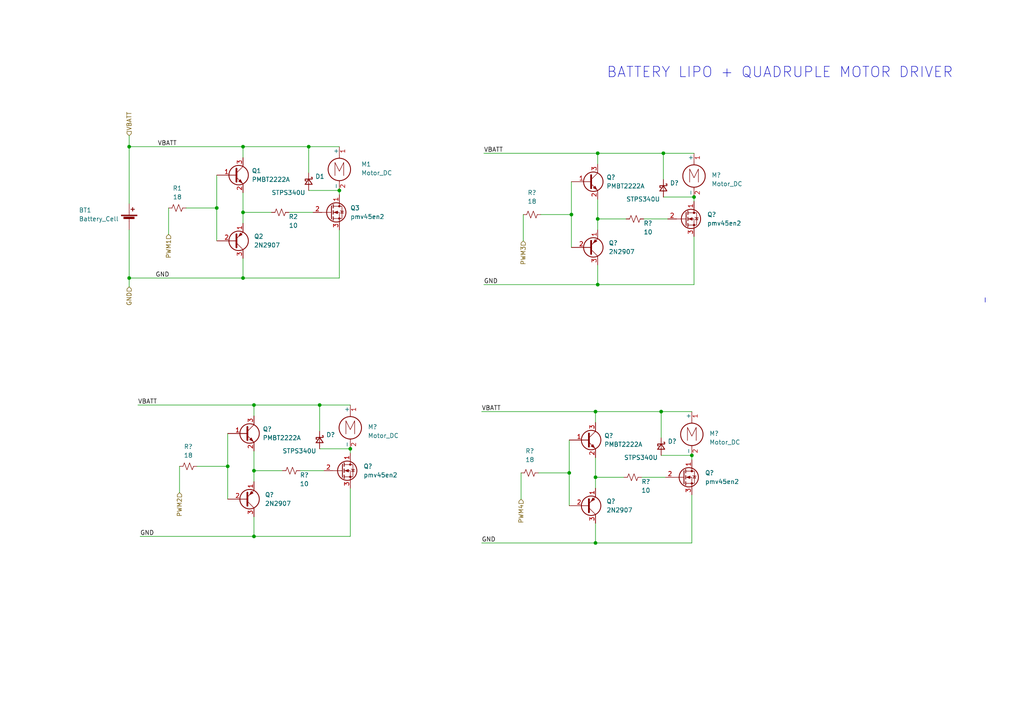
<source format=kicad_sch>
(kicad_sch (version 20211123) (generator eeschema)

  (uuid 00318b70-98db-4150-aae9-0fe9db9b4f56)

  (paper "A4")

  (title_block
    (title "Power Submodule Schematic")
    (date "2022-04-02")
    (rev "v1.04")
    (company "University of Cape Town")
    (comment 1 "Ethan Meknassi")
  )

  (lib_symbols
    (symbol "Device:Battery_Cell" (pin_numbers hide) (pin_names (offset 0) hide) (in_bom yes) (on_board yes)
      (property "Reference" "BT" (id 0) (at 2.54 2.54 0)
        (effects (font (size 1.27 1.27)) (justify left))
      )
      (property "Value" "Battery_Cell" (id 1) (at 2.54 0 0)
        (effects (font (size 1.27 1.27)) (justify left))
      )
      (property "Footprint" "" (id 2) (at 0 1.524 90)
        (effects (font (size 1.27 1.27)) hide)
      )
      (property "Datasheet" "~" (id 3) (at 0 1.524 90)
        (effects (font (size 1.27 1.27)) hide)
      )
      (property "ki_keywords" "battery cell" (id 4) (at 0 0 0)
        (effects (font (size 1.27 1.27)) hide)
      )
      (property "ki_description" "Single-cell battery" (id 5) (at 0 0 0)
        (effects (font (size 1.27 1.27)) hide)
      )
      (symbol "Battery_Cell_0_1"
        (rectangle (start -2.286 1.778) (end 2.286 1.524)
          (stroke (width 0) (type default) (color 0 0 0 0))
          (fill (type outline))
        )
        (rectangle (start -1.5748 1.1938) (end 1.4732 0.6858)
          (stroke (width 0) (type default) (color 0 0 0 0))
          (fill (type outline))
        )
        (polyline
          (pts
            (xy 0 0.762)
            (xy 0 0)
          )
          (stroke (width 0) (type default) (color 0 0 0 0))
          (fill (type none))
        )
        (polyline
          (pts
            (xy 0 1.778)
            (xy 0 2.54)
          )
          (stroke (width 0) (type default) (color 0 0 0 0))
          (fill (type none))
        )
        (polyline
          (pts
            (xy 0.508 3.429)
            (xy 1.524 3.429)
          )
          (stroke (width 0.254) (type default) (color 0 0 0 0))
          (fill (type none))
        )
        (polyline
          (pts
            (xy 1.016 3.937)
            (xy 1.016 2.921)
          )
          (stroke (width 0.254) (type default) (color 0 0 0 0))
          (fill (type none))
        )
      )
      (symbol "Battery_Cell_1_1"
        (pin passive line (at 0 5.08 270) (length 2.54)
          (name "+" (effects (font (size 1.27 1.27))))
          (number "1" (effects (font (size 1.27 1.27))))
        )
        (pin passive line (at 0 -2.54 90) (length 2.54)
          (name "-" (effects (font (size 1.27 1.27))))
          (number "2" (effects (font (size 1.27 1.27))))
        )
      )
    )
    (symbol "Device:D_Schottky_Small" (pin_numbers hide) (pin_names (offset 0.254) hide) (in_bom yes) (on_board yes)
      (property "Reference" "D" (id 0) (at -1.27 2.032 0)
        (effects (font (size 1.27 1.27)) (justify left))
      )
      (property "Value" "D_Schottky_Small" (id 1) (at -7.112 -2.032 0)
        (effects (font (size 1.27 1.27)) (justify left))
      )
      (property "Footprint" "" (id 2) (at 0 0 90)
        (effects (font (size 1.27 1.27)) hide)
      )
      (property "Datasheet" "~" (id 3) (at 0 0 90)
        (effects (font (size 1.27 1.27)) hide)
      )
      (property "ki_keywords" "diode Schottky" (id 4) (at 0 0 0)
        (effects (font (size 1.27 1.27)) hide)
      )
      (property "ki_description" "Schottky diode, small symbol" (id 5) (at 0 0 0)
        (effects (font (size 1.27 1.27)) hide)
      )
      (property "ki_fp_filters" "TO-???* *_Diode_* *SingleDiode* D_*" (id 6) (at 0 0 0)
        (effects (font (size 1.27 1.27)) hide)
      )
      (symbol "D_Schottky_Small_0_1"
        (polyline
          (pts
            (xy -0.762 0)
            (xy 0.762 0)
          )
          (stroke (width 0) (type default) (color 0 0 0 0))
          (fill (type none))
        )
        (polyline
          (pts
            (xy 0.762 -1.016)
            (xy -0.762 0)
            (xy 0.762 1.016)
            (xy 0.762 -1.016)
          )
          (stroke (width 0.254) (type default) (color 0 0 0 0))
          (fill (type none))
        )
        (polyline
          (pts
            (xy -1.27 0.762)
            (xy -1.27 1.016)
            (xy -0.762 1.016)
            (xy -0.762 -1.016)
            (xy -0.254 -1.016)
            (xy -0.254 -0.762)
          )
          (stroke (width 0.254) (type default) (color 0 0 0 0))
          (fill (type none))
        )
      )
      (symbol "D_Schottky_Small_1_1"
        (pin passive line (at -2.54 0 0) (length 1.778)
          (name "K" (effects (font (size 1.27 1.27))))
          (number "1" (effects (font (size 1.27 1.27))))
        )
        (pin passive line (at 2.54 0 180) (length 1.778)
          (name "A" (effects (font (size 1.27 1.27))))
          (number "2" (effects (font (size 1.27 1.27))))
        )
      )
    )
    (symbol "Device:Q_NMOS_DGS" (pin_names (offset 0) hide) (in_bom yes) (on_board yes)
      (property "Reference" "Q" (id 0) (at 5.08 1.27 0)
        (effects (font (size 1.27 1.27)) (justify left))
      )
      (property "Value" "Q_NMOS_DGS" (id 1) (at 5.08 -1.27 0)
        (effects (font (size 1.27 1.27)) (justify left))
      )
      (property "Footprint" "" (id 2) (at 5.08 2.54 0)
        (effects (font (size 1.27 1.27)) hide)
      )
      (property "Datasheet" "~" (id 3) (at 0 0 0)
        (effects (font (size 1.27 1.27)) hide)
      )
      (property "ki_keywords" "transistor NMOS N-MOS N-MOSFET" (id 4) (at 0 0 0)
        (effects (font (size 1.27 1.27)) hide)
      )
      (property "ki_description" "N-MOSFET transistor, drain/gate/source" (id 5) (at 0 0 0)
        (effects (font (size 1.27 1.27)) hide)
      )
      (symbol "Q_NMOS_DGS_0_1"
        (polyline
          (pts
            (xy 0.254 0)
            (xy -2.54 0)
          )
          (stroke (width 0) (type default) (color 0 0 0 0))
          (fill (type none))
        )
        (polyline
          (pts
            (xy 0.254 1.905)
            (xy 0.254 -1.905)
          )
          (stroke (width 0.254) (type default) (color 0 0 0 0))
          (fill (type none))
        )
        (polyline
          (pts
            (xy 0.762 -1.27)
            (xy 0.762 -2.286)
          )
          (stroke (width 0.254) (type default) (color 0 0 0 0))
          (fill (type none))
        )
        (polyline
          (pts
            (xy 0.762 0.508)
            (xy 0.762 -0.508)
          )
          (stroke (width 0.254) (type default) (color 0 0 0 0))
          (fill (type none))
        )
        (polyline
          (pts
            (xy 0.762 2.286)
            (xy 0.762 1.27)
          )
          (stroke (width 0.254) (type default) (color 0 0 0 0))
          (fill (type none))
        )
        (polyline
          (pts
            (xy 2.54 2.54)
            (xy 2.54 1.778)
          )
          (stroke (width 0) (type default) (color 0 0 0 0))
          (fill (type none))
        )
        (polyline
          (pts
            (xy 2.54 -2.54)
            (xy 2.54 0)
            (xy 0.762 0)
          )
          (stroke (width 0) (type default) (color 0 0 0 0))
          (fill (type none))
        )
        (polyline
          (pts
            (xy 0.762 -1.778)
            (xy 3.302 -1.778)
            (xy 3.302 1.778)
            (xy 0.762 1.778)
          )
          (stroke (width 0) (type default) (color 0 0 0 0))
          (fill (type none))
        )
        (polyline
          (pts
            (xy 1.016 0)
            (xy 2.032 0.381)
            (xy 2.032 -0.381)
            (xy 1.016 0)
          )
          (stroke (width 0) (type default) (color 0 0 0 0))
          (fill (type outline))
        )
        (polyline
          (pts
            (xy 2.794 0.508)
            (xy 2.921 0.381)
            (xy 3.683 0.381)
            (xy 3.81 0.254)
          )
          (stroke (width 0) (type default) (color 0 0 0 0))
          (fill (type none))
        )
        (polyline
          (pts
            (xy 3.302 0.381)
            (xy 2.921 -0.254)
            (xy 3.683 -0.254)
            (xy 3.302 0.381)
          )
          (stroke (width 0) (type default) (color 0 0 0 0))
          (fill (type none))
        )
        (circle (center 1.651 0) (radius 2.794)
          (stroke (width 0.254) (type default) (color 0 0 0 0))
          (fill (type none))
        )
        (circle (center 2.54 -1.778) (radius 0.254)
          (stroke (width 0) (type default) (color 0 0 0 0))
          (fill (type outline))
        )
        (circle (center 2.54 1.778) (radius 0.254)
          (stroke (width 0) (type default) (color 0 0 0 0))
          (fill (type outline))
        )
      )
      (symbol "Q_NMOS_DGS_1_1"
        (pin passive line (at 2.54 5.08 270) (length 2.54)
          (name "D" (effects (font (size 1.27 1.27))))
          (number "1" (effects (font (size 1.27 1.27))))
        )
        (pin input line (at -5.08 0 0) (length 2.54)
          (name "G" (effects (font (size 1.27 1.27))))
          (number "2" (effects (font (size 1.27 1.27))))
        )
        (pin passive line (at 2.54 -5.08 90) (length 2.54)
          (name "S" (effects (font (size 1.27 1.27))))
          (number "3" (effects (font (size 1.27 1.27))))
        )
      )
    )
    (symbol "Device:R_Small_US" (pin_numbers hide) (pin_names (offset 0.254) hide) (in_bom yes) (on_board yes)
      (property "Reference" "R" (id 0) (at 0.762 0.508 0)
        (effects (font (size 1.27 1.27)) (justify left))
      )
      (property "Value" "R_Small_US" (id 1) (at 0.762 -1.016 0)
        (effects (font (size 1.27 1.27)) (justify left))
      )
      (property "Footprint" "" (id 2) (at 0 0 0)
        (effects (font (size 1.27 1.27)) hide)
      )
      (property "Datasheet" "~" (id 3) (at 0 0 0)
        (effects (font (size 1.27 1.27)) hide)
      )
      (property "ki_keywords" "r resistor" (id 4) (at 0 0 0)
        (effects (font (size 1.27 1.27)) hide)
      )
      (property "ki_description" "Resistor, small US symbol" (id 5) (at 0 0 0)
        (effects (font (size 1.27 1.27)) hide)
      )
      (property "ki_fp_filters" "R_*" (id 6) (at 0 0 0)
        (effects (font (size 1.27 1.27)) hide)
      )
      (symbol "R_Small_US_1_1"
        (polyline
          (pts
            (xy 0 0)
            (xy 1.016 -0.381)
            (xy 0 -0.762)
            (xy -1.016 -1.143)
            (xy 0 -1.524)
          )
          (stroke (width 0) (type default) (color 0 0 0 0))
          (fill (type none))
        )
        (polyline
          (pts
            (xy 0 1.524)
            (xy 1.016 1.143)
            (xy 0 0.762)
            (xy -1.016 0.381)
            (xy 0 0)
          )
          (stroke (width 0) (type default) (color 0 0 0 0))
          (fill (type none))
        )
        (pin passive line (at 0 2.54 270) (length 1.016)
          (name "~" (effects (font (size 1.27 1.27))))
          (number "1" (effects (font (size 1.27 1.27))))
        )
        (pin passive line (at 0 -2.54 90) (length 1.016)
          (name "~" (effects (font (size 1.27 1.27))))
          (number "2" (effects (font (size 1.27 1.27))))
        )
      )
    )
    (symbol "Motor:Motor_DC" (pin_names (offset 0)) (in_bom yes) (on_board yes)
      (property "Reference" "M" (id 0) (at 2.54 2.54 0)
        (effects (font (size 1.27 1.27)) (justify left))
      )
      (property "Value" "Motor_DC" (id 1) (at 2.54 -5.08 0)
        (effects (font (size 1.27 1.27)) (justify left top))
      )
      (property "Footprint" "" (id 2) (at 0 -2.286 0)
        (effects (font (size 1.27 1.27)) hide)
      )
      (property "Datasheet" "~" (id 3) (at 0 -2.286 0)
        (effects (font (size 1.27 1.27)) hide)
      )
      (property "ki_keywords" "DC Motor" (id 4) (at 0 0 0)
        (effects (font (size 1.27 1.27)) hide)
      )
      (property "ki_description" "DC Motor" (id 5) (at 0 0 0)
        (effects (font (size 1.27 1.27)) hide)
      )
      (property "ki_fp_filters" "PinHeader*P2.54mm* TerminalBlock*" (id 6) (at 0 0 0)
        (effects (font (size 1.27 1.27)) hide)
      )
      (symbol "Motor_DC_0_0"
        (polyline
          (pts
            (xy -1.27 -3.302)
            (xy -1.27 0.508)
            (xy 0 -2.032)
            (xy 1.27 0.508)
            (xy 1.27 -3.302)
          )
          (stroke (width 0) (type default) (color 0 0 0 0))
          (fill (type none))
        )
      )
      (symbol "Motor_DC_0_1"
        (circle (center 0 -1.524) (radius 3.2512)
          (stroke (width 0.254) (type default) (color 0 0 0 0))
          (fill (type none))
        )
        (polyline
          (pts
            (xy 0 -7.62)
            (xy 0 -7.112)
          )
          (stroke (width 0) (type default) (color 0 0 0 0))
          (fill (type none))
        )
        (polyline
          (pts
            (xy 0 -4.7752)
            (xy 0 -5.1816)
          )
          (stroke (width 0) (type default) (color 0 0 0 0))
          (fill (type none))
        )
        (polyline
          (pts
            (xy 0 1.7272)
            (xy 0 2.0828)
          )
          (stroke (width 0) (type default) (color 0 0 0 0))
          (fill (type none))
        )
        (polyline
          (pts
            (xy 0 2.032)
            (xy 0 2.54)
          )
          (stroke (width 0) (type default) (color 0 0 0 0))
          (fill (type none))
        )
      )
      (symbol "Motor_DC_1_1"
        (pin passive line (at 0 5.08 270) (length 2.54)
          (name "+" (effects (font (size 1.27 1.27))))
          (number "1" (effects (font (size 1.27 1.27))))
        )
        (pin passive line (at 0 -7.62 90) (length 2.54)
          (name "-" (effects (font (size 1.27 1.27))))
          (number "2" (effects (font (size 1.27 1.27))))
        )
      )
    )
    (symbol "Transistor_BJT:2N3905" (pin_names (offset 0) hide) (in_bom yes) (on_board yes)
      (property "Reference" "Q" (id 0) (at 5.08 1.905 0)
        (effects (font (size 1.27 1.27)) (justify left))
      )
      (property "Value" "2N3905" (id 1) (at 5.08 0 0)
        (effects (font (size 1.27 1.27)) (justify left))
      )
      (property "Footprint" "Package_TO_SOT_THT:TO-92_Inline" (id 2) (at 5.08 -1.905 0)
        (effects (font (size 1.27 1.27) italic) (justify left) hide)
      )
      (property "Datasheet" "https://www.nteinc.com/specs/original/2N3905_06.pdf" (id 3) (at 0 0 0)
        (effects (font (size 1.27 1.27)) (justify left) hide)
      )
      (property "ki_keywords" "PNP Transistor" (id 4) (at 0 0 0)
        (effects (font (size 1.27 1.27)) hide)
      )
      (property "ki_description" "-0.2A Ic, -40V Vce, Small Signal PNP Transistor, TO-92" (id 5) (at 0 0 0)
        (effects (font (size 1.27 1.27)) hide)
      )
      (property "ki_fp_filters" "TO?92*" (id 6) (at 0 0 0)
        (effects (font (size 1.27 1.27)) hide)
      )
      (symbol "2N3905_0_1"
        (polyline
          (pts
            (xy 0.635 0.635)
            (xy 2.54 2.54)
          )
          (stroke (width 0) (type default) (color 0 0 0 0))
          (fill (type none))
        )
        (polyline
          (pts
            (xy 0.635 -0.635)
            (xy 2.54 -2.54)
            (xy 2.54 -2.54)
          )
          (stroke (width 0) (type default) (color 0 0 0 0))
          (fill (type none))
        )
        (polyline
          (pts
            (xy 0.635 1.905)
            (xy 0.635 -1.905)
            (xy 0.635 -1.905)
          )
          (stroke (width 0.508) (type default) (color 0 0 0 0))
          (fill (type none))
        )
        (polyline
          (pts
            (xy 2.286 -1.778)
            (xy 1.778 -2.286)
            (xy 1.27 -1.27)
            (xy 2.286 -1.778)
            (xy 2.286 -1.778)
          )
          (stroke (width 0) (type default) (color 0 0 0 0))
          (fill (type outline))
        )
        (circle (center 1.27 0) (radius 2.8194)
          (stroke (width 0.254) (type default) (color 0 0 0 0))
          (fill (type none))
        )
      )
      (symbol "2N3905_1_1"
        (pin passive line (at 2.54 -5.08 90) (length 2.54)
          (name "E" (effects (font (size 1.27 1.27))))
          (number "1" (effects (font (size 1.27 1.27))))
        )
        (pin input line (at -5.08 0 0) (length 5.715)
          (name "B" (effects (font (size 1.27 1.27))))
          (number "2" (effects (font (size 1.27 1.27))))
        )
        (pin passive line (at 2.54 5.08 270) (length 2.54)
          (name "C" (effects (font (size 1.27 1.27))))
          (number "3" (effects (font (size 1.27 1.27))))
        )
      )
    )
    (symbol "Transistor_BJT:MMBT3904" (pin_names (offset 0) hide) (in_bom yes) (on_board yes)
      (property "Reference" "Q" (id 0) (at 5.08 1.905 0)
        (effects (font (size 1.27 1.27)) (justify left))
      )
      (property "Value" "MMBT3904" (id 1) (at 5.08 0 0)
        (effects (font (size 1.27 1.27)) (justify left))
      )
      (property "Footprint" "Package_TO_SOT_SMD:SOT-23" (id 2) (at 5.08 -1.905 0)
        (effects (font (size 1.27 1.27) italic) (justify left) hide)
      )
      (property "Datasheet" "https://www.onsemi.com/pub/Collateral/2N3903-D.PDF" (id 3) (at 0 0 0)
        (effects (font (size 1.27 1.27)) (justify left) hide)
      )
      (property "ki_keywords" "NPN Transistor" (id 4) (at 0 0 0)
        (effects (font (size 1.27 1.27)) hide)
      )
      (property "ki_description" "0.2A Ic, 40V Vce, Small Signal NPN Transistor, SOT-23" (id 5) (at 0 0 0)
        (effects (font (size 1.27 1.27)) hide)
      )
      (property "ki_fp_filters" "SOT?23*" (id 6) (at 0 0 0)
        (effects (font (size 1.27 1.27)) hide)
      )
      (symbol "MMBT3904_0_1"
        (polyline
          (pts
            (xy 0.635 0.635)
            (xy 2.54 2.54)
          )
          (stroke (width 0) (type default) (color 0 0 0 0))
          (fill (type none))
        )
        (polyline
          (pts
            (xy 0.635 -0.635)
            (xy 2.54 -2.54)
            (xy 2.54 -2.54)
          )
          (stroke (width 0) (type default) (color 0 0 0 0))
          (fill (type none))
        )
        (polyline
          (pts
            (xy 0.635 1.905)
            (xy 0.635 -1.905)
            (xy 0.635 -1.905)
          )
          (stroke (width 0.508) (type default) (color 0 0 0 0))
          (fill (type none))
        )
        (polyline
          (pts
            (xy 1.27 -1.778)
            (xy 1.778 -1.27)
            (xy 2.286 -2.286)
            (xy 1.27 -1.778)
            (xy 1.27 -1.778)
          )
          (stroke (width 0) (type default) (color 0 0 0 0))
          (fill (type outline))
        )
        (circle (center 1.27 0) (radius 2.8194)
          (stroke (width 0.254) (type default) (color 0 0 0 0))
          (fill (type none))
        )
      )
      (symbol "MMBT3904_1_1"
        (pin input line (at -5.08 0 0) (length 5.715)
          (name "B" (effects (font (size 1.27 1.27))))
          (number "1" (effects (font (size 1.27 1.27))))
        )
        (pin passive line (at 2.54 -5.08 90) (length 2.54)
          (name "E" (effects (font (size 1.27 1.27))))
          (number "2" (effects (font (size 1.27 1.27))))
        )
        (pin passive line (at 2.54 5.08 270) (length 2.54)
          (name "C" (effects (font (size 1.27 1.27))))
          (number "3" (effects (font (size 1.27 1.27))))
        )
      )
    )
  )

  (junction (at 101.6 130.175) (diameter 0) (color 0 0 0 0)
    (uuid 09f751c9-747c-4ff1-8f0e-9a17df83f704)
  )
  (junction (at 192.405 44.45) (diameter 0) (color 0 0 0 0)
    (uuid 14cf7604-a163-4801-a328-1080ecc23d2d)
  )
  (junction (at 66.04 135.255) (diameter 0) (color 0 0 0 0)
    (uuid 1f05a17c-c49f-46ed-b380-6b6dc1501a1c)
  )
  (junction (at 92.71 117.475) (diameter 0) (color 0 0 0 0)
    (uuid 25767791-602c-40e6-8816-3102c2bb60f7)
  )
  (junction (at 70.485 61.595) (diameter 0) (color 0 0 0 0)
    (uuid 28132df9-7d88-4b2a-8ff6-b996f325048c)
  )
  (junction (at 172.72 138.43) (diameter 0) (color 0 0 0 0)
    (uuid 362acce1-f3a3-4f0d-9338-f9955b670155)
  )
  (junction (at 70.485 42.545) (diameter 0) (color 0 0 0 0)
    (uuid 403d8cbc-0ec7-4eba-9981-9fe9c1d8535a)
  )
  (junction (at 172.72 119.38) (diameter 0) (color 0 0 0 0)
    (uuid 49b0a369-bf81-48d9-ba8b-7a48c4c91b65)
  )
  (junction (at 172.72 157.48) (diameter 0) (color 0 0 0 0)
    (uuid 5198efca-f7a6-4ff6-9ec5-ecee58a74ed3)
  )
  (junction (at 73.66 136.525) (diameter 0) (color 0 0 0 0)
    (uuid 59a23004-9cfc-4f3e-8ee8-dd3a7a181833)
  )
  (junction (at 201.295 57.15) (diameter 0) (color 0 0 0 0)
    (uuid 5b0c01c2-70b7-4778-be6e-2ddc7969a331)
  )
  (junction (at 73.66 117.475) (diameter 0) (color 0 0 0 0)
    (uuid 5d8bc87d-ab45-41b3-a965-ea094d50454d)
  )
  (junction (at 191.77 119.38) (diameter 0) (color 0 0 0 0)
    (uuid 5e481ee9-31e1-4dd4-b061-5d1faba3895a)
  )
  (junction (at 89.535 42.545) (diameter 0) (color 0 0 0 0)
    (uuid 6c9de918-6aec-48de-8a45-8747e7f1b11f)
  )
  (junction (at 173.355 63.5) (diameter 0) (color 0 0 0 0)
    (uuid 7e474fe8-d6ae-496d-94ac-32089c29f860)
  )
  (junction (at 62.865 60.325) (diameter 0) (color 0 0 0 0)
    (uuid 91debf06-3b20-438e-a6ac-4275ee2410d6)
  )
  (junction (at 98.425 55.245) (diameter 0) (color 0 0 0 0)
    (uuid 934afc94-cf78-4e40-a1fa-1c0c1782b208)
  )
  (junction (at 200.66 132.08) (diameter 0) (color 0 0 0 0)
    (uuid a0a0b424-958c-4268-96bc-a4d28e400d25)
  )
  (junction (at 173.355 82.55) (diameter 0) (color 0 0 0 0)
    (uuid a4a73b33-92df-4f3c-8af9-54df8f79d97d)
  )
  (junction (at 165.735 62.23) (diameter 0) (color 0 0 0 0)
    (uuid a54f3535-5a8f-41bb-a913-67fa7970ee69)
  )
  (junction (at 173.355 44.45) (diameter 0) (color 0 0 0 0)
    (uuid a77a9ada-322b-44c9-9e11-d71249ef6fe6)
  )
  (junction (at 70.485 80.645) (diameter 0) (color 0 0 0 0)
    (uuid acae8028-cf56-4b99-957b-6abd5676de47)
  )
  (junction (at 37.465 42.545) (diameter 0) (color 0 0 0 0)
    (uuid b26dc68a-c7b5-4c63-a335-8d9d3740010c)
  )
  (junction (at 73.66 155.575) (diameter 0) (color 0 0 0 0)
    (uuid e778ce32-6d80-40bf-9b5e-0e5ae25ee6d9)
  )
  (junction (at 165.1 137.16) (diameter 0) (color 0 0 0 0)
    (uuid f74e4483-67e4-4359-be85-4691d6979273)
  )
  (junction (at 37.465 80.645) (diameter 0) (color 0 0 0 0)
    (uuid ff96c17d-d3be-48a1-aeaa-70f6c3ead7b2)
  )

  (wire (pts (xy 70.485 61.595) (xy 70.485 64.77))
    (stroke (width 0) (type default) (color 0 0 0 0))
    (uuid 05f53e5d-ee70-4440-905e-bb60ba6fc18a)
  )
  (wire (pts (xy 98.425 42.545) (xy 89.535 42.545))
    (stroke (width 0) (type default) (color 0 0 0 0))
    (uuid 0700bd14-921d-4c80-99b6-55f93d7af725)
  )
  (wire (pts (xy 172.72 151.765) (xy 172.72 157.48))
    (stroke (width 0) (type default) (color 0 0 0 0))
    (uuid 07f0f26c-1361-4414-9f81-5f3560b71123)
  )
  (wire (pts (xy 173.355 57.785) (xy 173.355 63.5))
    (stroke (width 0) (type default) (color 0 0 0 0))
    (uuid 0a957afb-8a30-45cd-84df-2014b6d22524)
  )
  (wire (pts (xy 37.465 80.645) (xy 70.485 80.645))
    (stroke (width 0) (type default) (color 0 0 0 0))
    (uuid 14b9b80e-e851-403c-a8b4-b98cb4b23b9e)
  )
  (wire (pts (xy 192.405 57.15) (xy 201.295 57.15))
    (stroke (width 0) (type default) (color 0 0 0 0))
    (uuid 15cfc8ff-bc2d-4c8f-b155-0a1a9ebcf7ba)
  )
  (wire (pts (xy 40.64 155.575) (xy 73.66 155.575))
    (stroke (width 0) (type default) (color 0 0 0 0))
    (uuid 17dde703-0edd-4bc8-9710-c8155c6c6a42)
  )
  (wire (pts (xy 48.895 60.325) (xy 48.895 67.945))
    (stroke (width 0) (type default) (color 0 0 0 0))
    (uuid 17e16167-4fbc-42c9-9743-1d3aa8f2004c)
  )
  (wire (pts (xy 172.72 132.715) (xy 172.72 138.43))
    (stroke (width 0) (type default) (color 0 0 0 0))
    (uuid 1892e023-d9bb-481f-8d28-354ead8e7f2d)
  )
  (wire (pts (xy 73.66 136.525) (xy 73.66 139.7))
    (stroke (width 0) (type default) (color 0 0 0 0))
    (uuid 1b495fce-1dcb-4b10-bb5f-32deaf4cf9af)
  )
  (wire (pts (xy 186.69 63.5) (xy 193.675 63.5))
    (stroke (width 0) (type default) (color 0 0 0 0))
    (uuid 1c63c087-cac3-4c96-9a88-7259d9efaabe)
  )
  (wire (pts (xy 70.485 42.545) (xy 37.465 42.545))
    (stroke (width 0) (type default) (color 0 0 0 0))
    (uuid 1d348e87-dfe1-4ef1-bb6f-6f39e730bef5)
  )
  (wire (pts (xy 62.865 50.8) (xy 62.865 60.325))
    (stroke (width 0) (type default) (color 0 0 0 0))
    (uuid 1f4766b4-7cb4-409f-bceb-e6f669191c0d)
  )
  (wire (pts (xy 70.485 42.545) (xy 70.485 45.72))
    (stroke (width 0) (type default) (color 0 0 0 0))
    (uuid 2140bb63-fe53-4b77-be73-03712a8f3902)
  )
  (wire (pts (xy 173.355 63.5) (xy 181.61 63.5))
    (stroke (width 0) (type default) (color 0 0 0 0))
    (uuid 21b8a593-abb3-4f18-842c-6423d44ebb42)
  )
  (wire (pts (xy 101.6 130.175) (xy 101.6 131.445))
    (stroke (width 0) (type default) (color 0 0 0 0))
    (uuid 25868df2-3687-4c56-a6b9-46b3c52eb51c)
  )
  (wire (pts (xy 151.13 137.16) (xy 151.13 144.78))
    (stroke (width 0) (type default) (color 0 0 0 0))
    (uuid 2efb834a-3b05-46bf-a507-12ba59c8838f)
  )
  (wire (pts (xy 156.845 62.23) (xy 165.735 62.23))
    (stroke (width 0) (type default) (color 0 0 0 0))
    (uuid 2f4edc3e-096c-482a-b635-b815df9938ca)
  )
  (wire (pts (xy 37.465 42.545) (xy 37.465 59.055))
    (stroke (width 0) (type default) (color 0 0 0 0))
    (uuid 3732ca40-a77f-4e10-ad9d-a2e8605c11e3)
  )
  (wire (pts (xy 101.6 141.605) (xy 101.6 155.575))
    (stroke (width 0) (type default) (color 0 0 0 0))
    (uuid 38dc6db0-d261-4262-b2ad-93490f3d7737)
  )
  (wire (pts (xy 173.355 44.45) (xy 173.355 47.625))
    (stroke (width 0) (type default) (color 0 0 0 0))
    (uuid 3f17295c-24b3-4aba-91b8-60da4b64e8e8)
  )
  (wire (pts (xy 172.72 138.43) (xy 180.975 138.43))
    (stroke (width 0) (type default) (color 0 0 0 0))
    (uuid 43dd3b51-0048-4401-b9cd-620ecca06333)
  )
  (wire (pts (xy 73.66 136.525) (xy 81.915 136.525))
    (stroke (width 0) (type default) (color 0 0 0 0))
    (uuid 44623012-2b8e-40b1-bde1-aac0ee33d186)
  )
  (wire (pts (xy 173.355 76.835) (xy 173.355 82.55))
    (stroke (width 0) (type default) (color 0 0 0 0))
    (uuid 4641de17-4d73-4d8a-aa83-c6fd715babec)
  )
  (wire (pts (xy 172.72 119.38) (xy 172.72 122.555))
    (stroke (width 0) (type default) (color 0 0 0 0))
    (uuid 49fa1eeb-cc7f-416e-bbd5-c146ab7b4cd9)
  )
  (wire (pts (xy 101.6 155.575) (xy 73.66 155.575))
    (stroke (width 0) (type default) (color 0 0 0 0))
    (uuid 4b739956-027c-4cfd-9d20-15fdd8839624)
  )
  (wire (pts (xy 101.6 117.475) (xy 92.71 117.475))
    (stroke (width 0) (type default) (color 0 0 0 0))
    (uuid 4fa2c13f-99fe-4597-9e2e-28dfdc42183f)
  )
  (wire (pts (xy 89.535 42.545) (xy 70.485 42.545))
    (stroke (width 0) (type default) (color 0 0 0 0))
    (uuid 4fdabbd0-803f-4be1-a5e4-2db08efa8283)
  )
  (wire (pts (xy 52.07 135.255) (xy 52.07 142.875))
    (stroke (width 0) (type default) (color 0 0 0 0))
    (uuid 514ee5cb-2bf2-46a0-ad4f-6fc0edd10b6f)
  )
  (wire (pts (xy 165.735 52.705) (xy 165.735 62.23))
    (stroke (width 0) (type default) (color 0 0 0 0))
    (uuid 563e1907-b8d4-449a-b2ab-2694373b73c6)
  )
  (wire (pts (xy 200.66 119.38) (xy 191.77 119.38))
    (stroke (width 0) (type default) (color 0 0 0 0))
    (uuid 57f9d4c5-336f-43dd-a2c1-10d9719e2233)
  )
  (wire (pts (xy 92.71 117.475) (xy 92.71 125.095))
    (stroke (width 0) (type default) (color 0 0 0 0))
    (uuid 5a126e77-5149-4dd4-87d5-2d21a7ed90cc)
  )
  (wire (pts (xy 98.425 66.675) (xy 98.425 80.645))
    (stroke (width 0) (type default) (color 0 0 0 0))
    (uuid 5dc62ee8-aac2-4f09-8d73-c6889de83bea)
  )
  (polyline (pts (xy 285.75 86.36) (xy 285.75 87.63))
    (stroke (width 0) (type default) (color 0 0 0 0))
    (uuid 642fdd2a-ef25-46eb-a8fc-7d2d99d9b032)
  )

  (wire (pts (xy 172.72 138.43) (xy 172.72 141.605))
    (stroke (width 0) (type default) (color 0 0 0 0))
    (uuid 67674cd4-f670-412d-a854-e494d4955ed4)
  )
  (wire (pts (xy 200.66 157.48) (xy 172.72 157.48))
    (stroke (width 0) (type default) (color 0 0 0 0))
    (uuid 6c674a02-c8c3-46e5-af5c-7974be75a0e6)
  )
  (wire (pts (xy 92.71 130.175) (xy 101.6 130.175))
    (stroke (width 0) (type default) (color 0 0 0 0))
    (uuid 727a2832-75a4-486e-91db-e7f7baa33208)
  )
  (wire (pts (xy 98.425 55.245) (xy 98.425 56.515))
    (stroke (width 0) (type default) (color 0 0 0 0))
    (uuid 73b031b2-182c-4570-9f56-ba3e72854af0)
  )
  (wire (pts (xy 37.465 80.645) (xy 37.465 83.185))
    (stroke (width 0) (type default) (color 0 0 0 0))
    (uuid 8065d4f2-7b4b-44ee-af75-3aa95787c641)
  )
  (wire (pts (xy 201.295 57.15) (xy 201.295 58.42))
    (stroke (width 0) (type default) (color 0 0 0 0))
    (uuid 8d4108a8-b9ac-4205-aade-c1a874538e80)
  )
  (wire (pts (xy 140.335 82.55) (xy 173.355 82.55))
    (stroke (width 0) (type default) (color 0 0 0 0))
    (uuid 8dcde523-9ce7-45c0-a264-775caa309521)
  )
  (wire (pts (xy 70.485 61.595) (xy 78.74 61.595))
    (stroke (width 0) (type default) (color 0 0 0 0))
    (uuid 932b84bd-9f03-4efc-8432-a8073ec2dd39)
  )
  (wire (pts (xy 165.1 127.635) (xy 165.1 137.16))
    (stroke (width 0) (type default) (color 0 0 0 0))
    (uuid 93f85a96-c4d3-4046-b5be-841f51de6fc7)
  )
  (wire (pts (xy 191.77 132.08) (xy 200.66 132.08))
    (stroke (width 0) (type default) (color 0 0 0 0))
    (uuid 946fa6af-adfc-45ae-8049-521c2e718216)
  )
  (wire (pts (xy 191.77 119.38) (xy 172.72 119.38))
    (stroke (width 0) (type default) (color 0 0 0 0))
    (uuid 9b85caf9-5b23-4602-8870-4d4fb05bc7c6)
  )
  (wire (pts (xy 73.66 149.86) (xy 73.66 155.575))
    (stroke (width 0) (type default) (color 0 0 0 0))
    (uuid a12e0720-b05a-4a9a-b36e-7ba99896b0ab)
  )
  (wire (pts (xy 173.355 44.45) (xy 140.335 44.45))
    (stroke (width 0) (type default) (color 0 0 0 0))
    (uuid a190f71c-f9e7-4198-8c77-c78e8dbf19ec)
  )
  (wire (pts (xy 98.425 80.645) (xy 70.485 80.645))
    (stroke (width 0) (type default) (color 0 0 0 0))
    (uuid a34c4861-e3fb-4c1f-9483-b6493e05f52b)
  )
  (wire (pts (xy 86.995 136.525) (xy 93.98 136.525))
    (stroke (width 0) (type default) (color 0 0 0 0))
    (uuid a5c4aa45-6e24-444e-9cfd-880ad4fa438b)
  )
  (wire (pts (xy 200.66 143.51) (xy 200.66 157.48))
    (stroke (width 0) (type default) (color 0 0 0 0))
    (uuid a65dc2e5-969c-4fc4-a062-297dd14e1df0)
  )
  (wire (pts (xy 73.66 117.475) (xy 73.66 120.65))
    (stroke (width 0) (type default) (color 0 0 0 0))
    (uuid a73a73ef-2a57-46bb-a3db-58ed1d6b2c1f)
  )
  (wire (pts (xy 156.21 137.16) (xy 165.1 137.16))
    (stroke (width 0) (type default) (color 0 0 0 0))
    (uuid a769fc21-f48b-48ad-ab55-f16fa054fa28)
  )
  (wire (pts (xy 192.405 44.45) (xy 192.405 52.07))
    (stroke (width 0) (type default) (color 0 0 0 0))
    (uuid abe750ed-1f1e-4b37-a1e7-e7bbdc4b1e0d)
  )
  (wire (pts (xy 165.735 62.23) (xy 165.735 71.755))
    (stroke (width 0) (type default) (color 0 0 0 0))
    (uuid ac3f61bb-fdc6-4485-95dd-c02e338d3fb4)
  )
  (wire (pts (xy 200.66 132.08) (xy 200.66 133.35))
    (stroke (width 0) (type default) (color 0 0 0 0))
    (uuid adcdbc33-06ee-4e48-857d-d4b8099b8fd9)
  )
  (wire (pts (xy 191.77 119.38) (xy 191.77 127))
    (stroke (width 0) (type default) (color 0 0 0 0))
    (uuid b3083fef-050a-4e68-99fc-4fe33824d7cf)
  )
  (wire (pts (xy 151.765 62.23) (xy 151.765 69.85))
    (stroke (width 0) (type default) (color 0 0 0 0))
    (uuid b7339d08-582b-4b5c-acba-0b421e317fc8)
  )
  (wire (pts (xy 37.465 39.37) (xy 37.465 42.545))
    (stroke (width 0) (type default) (color 0 0 0 0))
    (uuid b73673b4-6b58-4825-9806-bfd542efa98a)
  )
  (wire (pts (xy 73.66 130.81) (xy 73.66 136.525))
    (stroke (width 0) (type default) (color 0 0 0 0))
    (uuid b9420076-8780-4cc1-8b55-434e8954c9f5)
  )
  (wire (pts (xy 173.355 63.5) (xy 173.355 66.675))
    (stroke (width 0) (type default) (color 0 0 0 0))
    (uuid bdead110-ba39-4f14-a393-328f3c787021)
  )
  (wire (pts (xy 53.975 60.325) (xy 62.865 60.325))
    (stroke (width 0) (type default) (color 0 0 0 0))
    (uuid bf44f948-c8e5-4ca0-b5d7-120bd6d8a604)
  )
  (wire (pts (xy 201.295 44.45) (xy 192.405 44.45))
    (stroke (width 0) (type default) (color 0 0 0 0))
    (uuid c0fa3de5-d4f6-4ff0-a673-4ccbb90a1d5b)
  )
  (wire (pts (xy 57.15 135.255) (xy 66.04 135.255))
    (stroke (width 0) (type default) (color 0 0 0 0))
    (uuid c1016196-f552-463f-aa67-e54c948c8859)
  )
  (wire (pts (xy 37.465 66.675) (xy 37.465 80.645))
    (stroke (width 0) (type default) (color 0 0 0 0))
    (uuid c22beccf-154c-471a-a02e-a783efb16894)
  )
  (wire (pts (xy 139.7 157.48) (xy 172.72 157.48))
    (stroke (width 0) (type default) (color 0 0 0 0))
    (uuid c40634b8-375f-40c6-88a5-9bb7d94cde90)
  )
  (wire (pts (xy 62.865 60.325) (xy 62.865 69.85))
    (stroke (width 0) (type default) (color 0 0 0 0))
    (uuid cb61360f-6fd2-4749-aef5-7c43ad969ad1)
  )
  (wire (pts (xy 165.1 137.16) (xy 165.1 146.685))
    (stroke (width 0) (type default) (color 0 0 0 0))
    (uuid cd412b16-373b-43c0-838e-eef7f4879a27)
  )
  (wire (pts (xy 70.485 55.88) (xy 70.485 61.595))
    (stroke (width 0) (type default) (color 0 0 0 0))
    (uuid d5a47bf4-6f25-4442-ad75-2b2adb659e19)
  )
  (wire (pts (xy 92.71 117.475) (xy 73.66 117.475))
    (stroke (width 0) (type default) (color 0 0 0 0))
    (uuid d9c80d68-4b96-4137-a289-63cd0a70bbb0)
  )
  (wire (pts (xy 192.405 44.45) (xy 173.355 44.45))
    (stroke (width 0) (type default) (color 0 0 0 0))
    (uuid db20dc49-1c65-43dd-bbfd-25eb271aa73e)
  )
  (wire (pts (xy 89.535 55.245) (xy 98.425 55.245))
    (stroke (width 0) (type default) (color 0 0 0 0))
    (uuid dd90741c-0931-464e-8299-0142c1d8c811)
  )
  (wire (pts (xy 83.82 61.595) (xy 90.805 61.595))
    (stroke (width 0) (type default) (color 0 0 0 0))
    (uuid e0ea941b-af96-4d77-a2ba-29b26b6d0102)
  )
  (wire (pts (xy 40.005 117.475) (xy 73.66 117.475))
    (stroke (width 0) (type default) (color 0 0 0 0))
    (uuid e888b8ca-9d9b-458b-ad52-8fb1c877e32c)
  )
  (wire (pts (xy 172.72 119.38) (xy 139.7 119.38))
    (stroke (width 0) (type default) (color 0 0 0 0))
    (uuid e8f5d67c-470a-46c7-aaea-9152a4bc29cb)
  )
  (wire (pts (xy 70.485 74.93) (xy 70.485 80.645))
    (stroke (width 0) (type default) (color 0 0 0 0))
    (uuid ea35aed7-d575-4a07-aff0-a9ad02baeab1)
  )
  (wire (pts (xy 201.295 82.55) (xy 173.355 82.55))
    (stroke (width 0) (type default) (color 0 0 0 0))
    (uuid ed80f826-0c08-43ef-8e6d-614e00c07955)
  )
  (wire (pts (xy 66.04 125.73) (xy 66.04 135.255))
    (stroke (width 0) (type default) (color 0 0 0 0))
    (uuid eea31a71-3f38-4122-9136-0a0bfefa1d4e)
  )
  (wire (pts (xy 186.055 138.43) (xy 193.04 138.43))
    (stroke (width 0) (type default) (color 0 0 0 0))
    (uuid f376f195-55b8-475b-a468-0f4b59f02b75)
  )
  (wire (pts (xy 89.535 42.545) (xy 89.535 50.165))
    (stroke (width 0) (type default) (color 0 0 0 0))
    (uuid f3e81c35-bb8a-4450-89fb-dee7b605b3a6)
  )
  (wire (pts (xy 201.295 68.58) (xy 201.295 82.55))
    (stroke (width 0) (type default) (color 0 0 0 0))
    (uuid f96a748b-b6e7-45fc-8508-550a48610db4)
  )
  (wire (pts (xy 66.04 135.255) (xy 66.04 144.78))
    (stroke (width 0) (type default) (color 0 0 0 0))
    (uuid fd529437-8dda-4f43-891d-43ec9241de90)
  )

  (text "BATTERY LIPO + QUADRUPLE MOTOR DRIVER" (at 175.895 22.86 0)
    (effects (font (size 3 3)) (justify left bottom))
    (uuid 9bda37d1-db0a-4cb6-b518-07a13976ec9b)
  )

  (label "VBATT" (at 45.72 42.545 0)
    (effects (font (size 1.27 1.27)) (justify left bottom))
    (uuid 09b90762-370d-4fbc-abdc-701ebceb0e02)
  )
  (label "GND" (at 140.335 82.55 0)
    (effects (font (size 1.27 1.27)) (justify left bottom))
    (uuid 4311f158-b783-4a3f-9c3e-f0b2efe9391b)
  )
  (label "GND" (at 40.64 155.575 0)
    (effects (font (size 1.27 1.27)) (justify left bottom))
    (uuid 5ac50e34-d7c2-4044-bbd1-8965b9eb1aa8)
  )
  (label "VBATT" (at 40.005 117.475 0)
    (effects (font (size 1.27 1.27)) (justify left bottom))
    (uuid 79fcb07d-dc4b-44ad-b658-c78de021bd15)
  )
  (label "GND" (at 45.085 80.645 0)
    (effects (font (size 1.27 1.27)) (justify left bottom))
    (uuid a319b4da-3873-4c32-b1ff-05f65b10bf59)
  )
  (label "GND" (at 139.7 157.48 0)
    (effects (font (size 1.27 1.27)) (justify left bottom))
    (uuid a494f521-6b06-43c9-86c1-5804e1865418)
  )
  (label "VBATT" (at 139.7 119.38 0)
    (effects (font (size 1.27 1.27)) (justify left bottom))
    (uuid cd315e5f-50e9-4c10-9a80-2aef76b49c7e)
  )
  (label "VBATT" (at 140.335 44.45 0)
    (effects (font (size 1.27 1.27)) (justify left bottom))
    (uuid e03cfdff-2317-490e-bf1b-4b525cedc9d6)
  )

  (hierarchical_label "PWM3" (shape input) (at 151.765 69.85 270)
    (effects (font (size 1.27 1.27)) (justify right))
    (uuid 4c3ce79f-3a1f-4f47-a088-0f727851eb9b)
  )
  (hierarchical_label "PWM4" (shape input) (at 151.13 144.78 270)
    (effects (font (size 1.27 1.27)) (justify right))
    (uuid 57d0ed3b-8d6d-4601-9f62-122e2aef0c33)
  )
  (hierarchical_label "PWM1" (shape input) (at 48.895 67.945 270)
    (effects (font (size 1.27 1.27)) (justify right))
    (uuid 6feccf9d-7eab-4316-b5e9-457f5e19971f)
  )
  (hierarchical_label "GND" (shape input) (at 37.465 83.185 270)
    (effects (font (size 1.27 1.27)) (justify right))
    (uuid aa29bde6-27e0-4bce-99e9-b8680d3f9f2f)
  )
  (hierarchical_label "VBATT" (shape input) (at 37.465 39.37 90)
    (effects (font (size 1.27 1.27)) (justify left))
    (uuid c249ba43-477d-4c0d-9824-2204e7511506)
  )
  (hierarchical_label "PWM2" (shape input) (at 52.07 142.875 270)
    (effects (font (size 1.27 1.27)) (justify right))
    (uuid c55655df-dfa3-4a92-a754-c525d4582530)
  )

  (symbol (lib_id "Device:R_Small_US") (at 183.515 138.43 270) (unit 1)
    (in_bom yes) (on_board yes)
    (uuid 0c312845-775d-44a1-988b-14324f0ab78d)
    (property "Reference" "R?" (id 0) (at 187.325 139.7 90))
    (property "Value" "10" (id 1) (at 187.325 142.24 90))
    (property "Footprint" "" (id 2) (at 183.515 138.43 0)
      (effects (font (size 1.27 1.27)) hide)
    )
    (property "Datasheet" "~" (id 3) (at 183.515 138.43 0)
      (effects (font (size 1.27 1.27)) hide)
    )
    (pin "1" (uuid fdca8bf5-7834-46de-9b9c-c1ff52ef2fbe))
    (pin "2" (uuid a767c0ba-5b14-4542-bd7c-636856664441))
  )

  (symbol (lib_id "Device:Battery_Cell") (at 37.465 64.135 0) (unit 1)
    (in_bom yes) (on_board yes)
    (uuid 20b75218-d1d7-4fea-b5c6-486223048879)
    (property "Reference" "BT1" (id 0) (at 22.86 60.96 0)
      (effects (font (size 1.27 1.27)) (justify left))
    )
    (property "Value" "Battery_Cell" (id 1) (at 22.86 63.5 0)
      (effects (font (size 1.27 1.27)) (justify left))
    )
    (property "Footprint" "" (id 2) (at 37.465 62.611 90)
      (effects (font (size 1.27 1.27)) hide)
    )
    (property "Datasheet" "~" (id 3) (at 37.465 62.611 90)
      (effects (font (size 1.27 1.27)) hide)
    )
    (pin "1" (uuid ee803a97-7ced-4d2b-8207-ec839b32359c))
    (pin "2" (uuid 4bc31ac7-8dc0-497b-8113-9da0f31313ea))
  )

  (symbol (lib_id "Device:Q_NMOS_DGS") (at 99.06 136.525 0) (unit 1)
    (in_bom yes) (on_board yes) (fields_autoplaced)
    (uuid 218f48cd-55e2-440d-9284-02395506cb7c)
    (property "Reference" "Q?" (id 0) (at 105.41 135.2549 0)
      (effects (font (size 1.27 1.27)) (justify left))
    )
    (property "Value" "pmv45en2" (id 1) (at 105.41 137.7949 0)
      (effects (font (size 1.27 1.27)) (justify left))
    )
    (property "Footprint" "" (id 2) (at 104.14 133.985 0)
      (effects (font (size 1.27 1.27)) hide)
    )
    (property "Datasheet" "~" (id 3) (at 99.06 136.525 0)
      (effects (font (size 1.27 1.27)) hide)
    )
    (pin "1" (uuid 049a5b91-b64d-4adb-9c9f-d42574b49e9e))
    (pin "2" (uuid 8dadae87-1990-4957-a7c9-f27b2254c18f))
    (pin "3" (uuid f6e7e81d-ee96-4b1e-bda6-81e47ef6ceeb))
  )

  (symbol (lib_id "Transistor_BJT:2N3905") (at 170.18 146.685 0) (mirror x) (unit 1)
    (in_bom yes) (on_board yes) (fields_autoplaced)
    (uuid 24439527-5c8c-46a8-b1db-113d6d24cf39)
    (property "Reference" "Q?" (id 0) (at 175.895 145.4149 0)
      (effects (font (size 1.27 1.27)) (justify left))
    )
    (property "Value" "2N2907" (id 1) (at 175.895 147.9549 0)
      (effects (font (size 1.27 1.27)) (justify left))
    )
    (property "Footprint" "Package_TO_SOT_THT:TO-92_Inline" (id 2) (at 175.26 144.78 0)
      (effects (font (size 1.27 1.27) italic) (justify left) hide)
    )
    (property "Datasheet" "" (id 3) (at 170.18 146.685 0)
      (effects (font (size 1.27 1.27)) (justify left) hide)
    )
    (pin "1" (uuid b7555242-f835-47dc-b303-d20136342233))
    (pin "2" (uuid e2176adf-345b-4a7e-8517-2eefe572ac1a))
    (pin "3" (uuid d1fad403-d2c1-4c1e-9faf-fe4aaedb72eb))
  )

  (symbol (lib_id "Device:R_Small_US") (at 154.305 62.23 270) (unit 1)
    (in_bom yes) (on_board yes) (fields_autoplaced)
    (uuid 29cb2758-e17d-4534-9120-81ad3366f7c0)
    (property "Reference" "R?" (id 0) (at 154.305 55.88 90))
    (property "Value" "18" (id 1) (at 154.305 58.42 90))
    (property "Footprint" "" (id 2) (at 154.305 62.23 0)
      (effects (font (size 1.27 1.27)) hide)
    )
    (property "Datasheet" "~" (id 3) (at 154.305 62.23 0)
      (effects (font (size 1.27 1.27)) hide)
    )
    (pin "1" (uuid a9cabe77-97d6-4ac3-bd8c-37c85dcef8cd))
    (pin "2" (uuid bd47f295-7785-4480-aa84-97a62ac822f9))
  )

  (symbol (lib_id "Device:D_Schottky_Small") (at 92.71 127.635 270) (unit 1)
    (in_bom yes) (on_board yes)
    (uuid 2c7cceb4-d843-46ba-8537-8c7b6a981e97)
    (property "Reference" "D?" (id 0) (at 94.615 126.1109 90)
      (effects (font (size 1.27 1.27)) (justify left))
    )
    (property "Value" "STPS340U " (id 1) (at 81.915 130.81 90)
      (effects (font (size 1.27 1.27)) (justify left))
    )
    (property "Footprint" "" (id 2) (at 92.71 127.635 90)
      (effects (font (size 1.27 1.27)) hide)
    )
    (property "Datasheet" "~" (id 3) (at 92.71 127.635 90)
      (effects (font (size 1.27 1.27)) hide)
    )
    (pin "1" (uuid 7d2b861b-34ae-4b73-9517-f79febf830d9))
    (pin "2" (uuid 989bb9cf-7eff-4909-84ae-612ca4194f2e))
  )

  (symbol (lib_id "Motor:Motor_DC") (at 98.425 47.625 0) (unit 1)
    (in_bom yes) (on_board yes)
    (uuid 2f3b7462-41be-4e60-9260-40d0799b8e89)
    (property "Reference" "M1" (id 0) (at 104.775 47.625 0)
      (effects (font (size 1.27 1.27)) (justify left))
    )
    (property "Value" "Motor_DC" (id 1) (at 104.775 50.165 0)
      (effects (font (size 1.27 1.27)) (justify left))
    )
    (property "Footprint" "" (id 2) (at 98.425 49.911 0)
      (effects (font (size 1.27 1.27)) hide)
    )
    (property "Datasheet" "~" (id 3) (at 98.425 49.911 0)
      (effects (font (size 1.27 1.27)) hide)
    )
    (pin "1" (uuid a9e66ed6-fbe8-4bf2-9e27-5f7950626793))
    (pin "2" (uuid 35cba09d-b9b1-45cc-9fd4-1c80bc75672b))
  )

  (symbol (lib_id "Device:R_Small_US") (at 54.61 135.255 270) (unit 1)
    (in_bom yes) (on_board yes) (fields_autoplaced)
    (uuid 31e5d638-9666-4c49-9fee-c028a2335884)
    (property "Reference" "R?" (id 0) (at 54.61 129.54 90))
    (property "Value" "18" (id 1) (at 54.61 132.08 90))
    (property "Footprint" "" (id 2) (at 54.61 135.255 0)
      (effects (font (size 1.27 1.27)) hide)
    )
    (property "Datasheet" "~" (id 3) (at 54.61 135.255 0)
      (effects (font (size 1.27 1.27)) hide)
    )
    (pin "1" (uuid 368343f0-5070-4644-98ce-a30e711d1ae7))
    (pin "2" (uuid 72f18830-6bed-4147-965d-e9a7de1f157b))
  )

  (symbol (lib_id "Device:Q_NMOS_DGS") (at 95.885 61.595 0) (unit 1)
    (in_bom yes) (on_board yes) (fields_autoplaced)
    (uuid 386698c1-8a88-4720-842a-98a2eaf2bda7)
    (property "Reference" "Q3" (id 0) (at 101.6 60.3249 0)
      (effects (font (size 1.27 1.27)) (justify left))
    )
    (property "Value" "pmv45en2" (id 1) (at 101.6 62.8649 0)
      (effects (font (size 1.27 1.27)) (justify left))
    )
    (property "Footprint" "" (id 2) (at 100.965 59.055 0)
      (effects (font (size 1.27 1.27)) hide)
    )
    (property "Datasheet" "~" (id 3) (at 95.885 61.595 0)
      (effects (font (size 1.27 1.27)) hide)
    )
    (pin "1" (uuid 4e63c74e-2203-43dd-bad0-a4591bbb8b0e))
    (pin "2" (uuid 7e32ad3b-3c8c-4e78-b886-47c13626d132))
    (pin "3" (uuid c431467e-f72a-41c9-bf78-cea35e58b2ae))
  )

  (symbol (lib_id "Transistor_BJT:2N3905") (at 170.815 71.755 0) (mirror x) (unit 1)
    (in_bom yes) (on_board yes) (fields_autoplaced)
    (uuid 3f523d4b-0de6-4349-b216-ec6429d6aa9f)
    (property "Reference" "Q?" (id 0) (at 176.53 70.4849 0)
      (effects (font (size 1.27 1.27)) (justify left))
    )
    (property "Value" "2N2907" (id 1) (at 176.53 73.0249 0)
      (effects (font (size 1.27 1.27)) (justify left))
    )
    (property "Footprint" "Package_TO_SOT_THT:TO-92_Inline" (id 2) (at 175.895 69.85 0)
      (effects (font (size 1.27 1.27) italic) (justify left) hide)
    )
    (property "Datasheet" "" (id 3) (at 170.815 71.755 0)
      (effects (font (size 1.27 1.27)) (justify left) hide)
    )
    (pin "1" (uuid b4bfb7f9-1854-44f9-b6ea-30b3b19a6acb))
    (pin "2" (uuid 5c596331-47ef-4366-ad54-45079648810a))
    (pin "3" (uuid 20158e23-0ea8-4e6d-9725-e01845ae17e0))
  )

  (symbol (lib_id "Device:R_Small_US") (at 84.455 136.525 270) (unit 1)
    (in_bom yes) (on_board yes)
    (uuid 444bb968-c0fa-4807-8ad3-51c976d7ad59)
    (property "Reference" "R?" (id 0) (at 88.265 137.795 90))
    (property "Value" "10" (id 1) (at 88.265 140.335 90))
    (property "Footprint" "" (id 2) (at 84.455 136.525 0)
      (effects (font (size 1.27 1.27)) hide)
    )
    (property "Datasheet" "~" (id 3) (at 84.455 136.525 0)
      (effects (font (size 1.27 1.27)) hide)
    )
    (pin "1" (uuid e6cbfeb1-5de2-4894-86a0-47191fa55e73))
    (pin "2" (uuid 6653d771-7471-4c10-8dec-19d0ef374d58))
  )

  (symbol (lib_id "Device:D_Schottky_Small") (at 89.535 52.705 270) (unit 1)
    (in_bom yes) (on_board yes)
    (uuid 58572789-1e33-44a4-8967-9dcf409fbbd8)
    (property "Reference" "D1" (id 0) (at 91.44 51.1809 90)
      (effects (font (size 1.27 1.27)) (justify left))
    )
    (property "Value" "STPS340U " (id 1) (at 78.74 55.88 90)
      (effects (font (size 1.27 1.27)) (justify left))
    )
    (property "Footprint" "" (id 2) (at 89.535 52.705 90)
      (effects (font (size 1.27 1.27)) hide)
    )
    (property "Datasheet" "~" (id 3) (at 89.535 52.705 90)
      (effects (font (size 1.27 1.27)) hide)
    )
    (pin "1" (uuid a22edcdf-7b1a-4da1-966f-30234f4cb7aa))
    (pin "2" (uuid e5ad0fb1-a19d-48fb-8ab0-c279bd96c980))
  )

  (symbol (lib_id "Transistor_BJT:2N3905") (at 67.945 69.85 0) (mirror x) (unit 1)
    (in_bom yes) (on_board yes) (fields_autoplaced)
    (uuid 5d89f35a-d89e-4312-af13-9c498562b974)
    (property "Reference" "Q2" (id 0) (at 73.66 68.5799 0)
      (effects (font (size 1.27 1.27)) (justify left))
    )
    (property "Value" "2N2907" (id 1) (at 73.66 71.1199 0)
      (effects (font (size 1.27 1.27)) (justify left))
    )
    (property "Footprint" "Package_TO_SOT_THT:TO-92_Inline" (id 2) (at 73.025 67.945 0)
      (effects (font (size 1.27 1.27) italic) (justify left) hide)
    )
    (property "Datasheet" "" (id 3) (at 67.945 69.85 0)
      (effects (font (size 1.27 1.27)) (justify left) hide)
    )
    (pin "1" (uuid 4708905a-ffac-4cf3-8d3e-0cc5e61a5a09))
    (pin "2" (uuid 91a48b11-5574-4134-944b-27e18ef10559))
    (pin "3" (uuid cca5da14-8c98-41a3-ab62-b11a9e55e606))
  )

  (symbol (lib_id "Device:Q_NMOS_DGS") (at 198.755 63.5 0) (unit 1)
    (in_bom yes) (on_board yes) (fields_autoplaced)
    (uuid 6c8cd120-3fa5-40d4-8544-4e71a0d2bfa6)
    (property "Reference" "Q?" (id 0) (at 205.105 62.2299 0)
      (effects (font (size 1.27 1.27)) (justify left))
    )
    (property "Value" "pmv45en2" (id 1) (at 205.105 64.7699 0)
      (effects (font (size 1.27 1.27)) (justify left))
    )
    (property "Footprint" "" (id 2) (at 203.835 60.96 0)
      (effects (font (size 1.27 1.27)) hide)
    )
    (property "Datasheet" "~" (id 3) (at 198.755 63.5 0)
      (effects (font (size 1.27 1.27)) hide)
    )
    (pin "1" (uuid 86ecb061-215b-4df8-92d3-b83213bb91c6))
    (pin "2" (uuid 764114bb-dee1-499a-a335-9c8a04a75cc1))
    (pin "3" (uuid 486cc387-8f51-4f43-9206-2755ca1a1630))
  )

  (symbol (lib_id "Device:D_Schottky_Small") (at 191.77 129.54 270) (unit 1)
    (in_bom yes) (on_board yes)
    (uuid 7b637664-6e78-4ad2-8b53-b9ccda1f8cca)
    (property "Reference" "D?" (id 0) (at 193.675 128.0159 90)
      (effects (font (size 1.27 1.27)) (justify left))
    )
    (property "Value" "STPS340U " (id 1) (at 180.975 132.715 90)
      (effects (font (size 1.27 1.27)) (justify left))
    )
    (property "Footprint" "" (id 2) (at 191.77 129.54 90)
      (effects (font (size 1.27 1.27)) hide)
    )
    (property "Datasheet" "~" (id 3) (at 191.77 129.54 90)
      (effects (font (size 1.27 1.27)) hide)
    )
    (pin "1" (uuid c910b2f2-f0a7-4bad-8056-637e65442294))
    (pin "2" (uuid 1534cb43-a5ed-49ef-ac75-fec4e1abf756))
  )

  (symbol (lib_id "Transistor_BJT:2N3905") (at 71.12 144.78 0) (mirror x) (unit 1)
    (in_bom yes) (on_board yes) (fields_autoplaced)
    (uuid 81338994-86c0-4282-85de-e5c50279a266)
    (property "Reference" "Q?" (id 0) (at 76.835 143.5099 0)
      (effects (font (size 1.27 1.27)) (justify left))
    )
    (property "Value" "2N2907" (id 1) (at 76.835 146.0499 0)
      (effects (font (size 1.27 1.27)) (justify left))
    )
    (property "Footprint" "Package_TO_SOT_THT:TO-92_Inline" (id 2) (at 76.2 142.875 0)
      (effects (font (size 1.27 1.27) italic) (justify left) hide)
    )
    (property "Datasheet" "" (id 3) (at 71.12 144.78 0)
      (effects (font (size 1.27 1.27)) (justify left) hide)
    )
    (pin "1" (uuid 3acbc7eb-88ce-4e48-913a-95d64d2b8284))
    (pin "2" (uuid fffeada8-79b2-491a-aa1d-a082531044f6))
    (pin "3" (uuid 5ea2049a-4b74-4a76-be6e-4369d66b0590))
  )

  (symbol (lib_id "Motor:Motor_DC") (at 101.6 122.555 0) (unit 1)
    (in_bom yes) (on_board yes) (fields_autoplaced)
    (uuid 82f8a9bf-a6af-4447-902b-4950fcafd937)
    (property "Reference" "M?" (id 0) (at 106.68 123.8249 0)
      (effects (font (size 1.27 1.27)) (justify left))
    )
    (property "Value" "Motor_DC" (id 1) (at 106.68 126.3649 0)
      (effects (font (size 1.27 1.27)) (justify left))
    )
    (property "Footprint" "" (id 2) (at 101.6 124.841 0)
      (effects (font (size 1.27 1.27)) hide)
    )
    (property "Datasheet" "~" (id 3) (at 101.6 124.841 0)
      (effects (font (size 1.27 1.27)) hide)
    )
    (pin "1" (uuid fa4f6a35-7ce6-43ac-a23e-823c4d9a1be3))
    (pin "2" (uuid 5d48970b-00ee-4a31-b485-cfafa47d69f3))
  )

  (symbol (lib_id "Device:R_Small_US") (at 81.28 61.595 270) (unit 1)
    (in_bom yes) (on_board yes)
    (uuid 8c64c258-39af-4743-81e1-45cd667f9ca7)
    (property "Reference" "R2" (id 0) (at 85.09 62.865 90))
    (property "Value" "10" (id 1) (at 85.09 65.405 90))
    (property "Footprint" "" (id 2) (at 81.28 61.595 0)
      (effects (font (size 1.27 1.27)) hide)
    )
    (property "Datasheet" "~" (id 3) (at 81.28 61.595 0)
      (effects (font (size 1.27 1.27)) hide)
    )
    (pin "1" (uuid 1769bfcb-7dc0-464e-aa37-6c66d47f45c6))
    (pin "2" (uuid f06ddca3-2619-449c-b84f-9b0ece41d72a))
  )

  (symbol (lib_id "Device:R_Small_US") (at 153.67 137.16 270) (unit 1)
    (in_bom yes) (on_board yes) (fields_autoplaced)
    (uuid 90400b28-e476-42f6-ad1a-3aca9fce3695)
    (property "Reference" "R?" (id 0) (at 153.67 130.81 90))
    (property "Value" "18" (id 1) (at 153.67 133.35 90))
    (property "Footprint" "" (id 2) (at 153.67 137.16 0)
      (effects (font (size 1.27 1.27)) hide)
    )
    (property "Datasheet" "~" (id 3) (at 153.67 137.16 0)
      (effects (font (size 1.27 1.27)) hide)
    )
    (pin "1" (uuid 66c4c6f0-2a9b-42e4-a79b-85b8d9cd21e8))
    (pin "2" (uuid 4af8258d-db31-467f-ac9d-d5ddcd6c18ad))
  )

  (symbol (lib_id "Transistor_BJT:MMBT3904") (at 67.945 50.8 0) (unit 1)
    (in_bom yes) (on_board yes) (fields_autoplaced)
    (uuid a1a40d69-405a-4378-85f1-927e07b37611)
    (property "Reference" "Q1" (id 0) (at 73.025 49.5299 0)
      (effects (font (size 1.27 1.27)) (justify left))
    )
    (property "Value" "PMBT2222A" (id 1) (at 73.025 52.0699 0)
      (effects (font (size 1.27 1.27)) (justify left))
    )
    (property "Footprint" "Package_TO_SOT_SMD:SOT-23" (id 2) (at 73.025 52.705 0)
      (effects (font (size 1.27 1.27) italic) (justify left) hide)
    )
    (property "Datasheet" "https://www.onsemi.com/pub/Collateral/2N3903-D.PDF" (id 3) (at 67.945 50.8 0)
      (effects (font (size 1.27 1.27)) (justify left) hide)
    )
    (pin "1" (uuid 208e5016-549d-43cc-9594-235a4137ce6b))
    (pin "2" (uuid 9ee961b2-6918-4c0e-8669-4525af641246))
    (pin "3" (uuid f4d870ed-7a58-4cf8-ae16-8d133f2f3ef4))
  )

  (symbol (lib_id "Transistor_BJT:MMBT3904") (at 71.12 125.73 0) (unit 1)
    (in_bom yes) (on_board yes) (fields_autoplaced)
    (uuid a7e6406c-dd4d-4186-9151-9ae8e81c823c)
    (property "Reference" "Q?" (id 0) (at 76.2 124.4599 0)
      (effects (font (size 1.27 1.27)) (justify left))
    )
    (property "Value" "PMBT2222A" (id 1) (at 76.2 126.9999 0)
      (effects (font (size 1.27 1.27)) (justify left))
    )
    (property "Footprint" "Package_TO_SOT_SMD:SOT-23" (id 2) (at 76.2 127.635 0)
      (effects (font (size 1.27 1.27) italic) (justify left) hide)
    )
    (property "Datasheet" "https://www.onsemi.com/pub/Collateral/2N3903-D.PDF" (id 3) (at 71.12 125.73 0)
      (effects (font (size 1.27 1.27)) (justify left) hide)
    )
    (pin "1" (uuid 0eb9a933-0986-46b0-99f8-8d6f8f96efd0))
    (pin "2" (uuid 4515038e-0c5d-4a6e-9d75-f6d414305f1d))
    (pin "3" (uuid 280afbca-4542-4fb3-82c4-0280d91965d6))
  )

  (symbol (lib_id "Transistor_BJT:MMBT3904") (at 170.18 127.635 0) (unit 1)
    (in_bom yes) (on_board yes) (fields_autoplaced)
    (uuid a83f1924-8c02-4c8b-a232-643d98d80ba6)
    (property "Reference" "Q?" (id 0) (at 175.26 126.3649 0)
      (effects (font (size 1.27 1.27)) (justify left))
    )
    (property "Value" "PMBT2222A" (id 1) (at 175.26 128.9049 0)
      (effects (font (size 1.27 1.27)) (justify left))
    )
    (property "Footprint" "Package_TO_SOT_SMD:SOT-23" (id 2) (at 175.26 129.54 0)
      (effects (font (size 1.27 1.27) italic) (justify left) hide)
    )
    (property "Datasheet" "https://www.onsemi.com/pub/Collateral/2N3903-D.PDF" (id 3) (at 170.18 127.635 0)
      (effects (font (size 1.27 1.27)) (justify left) hide)
    )
    (pin "1" (uuid 38b93fa6-002b-4acc-ba6d-4fbb69fc8e7b))
    (pin "2" (uuid c50eb0ff-b7d8-4382-800c-5f8083fd1afd))
    (pin "3" (uuid 17952f53-5587-4df5-a61e-fdb258aac624))
  )

  (symbol (lib_id "Device:R_Small_US") (at 51.435 60.325 270) (unit 1)
    (in_bom yes) (on_board yes) (fields_autoplaced)
    (uuid b391d406-e7e7-4c19-8273-c50ab5a5b0bd)
    (property "Reference" "R1" (id 0) (at 51.435 54.61 90))
    (property "Value" "18" (id 1) (at 51.435 57.15 90))
    (property "Footprint" "" (id 2) (at 51.435 60.325 0)
      (effects (font (size 1.27 1.27)) hide)
    )
    (property "Datasheet" "~" (id 3) (at 51.435 60.325 0)
      (effects (font (size 1.27 1.27)) hide)
    )
    (pin "1" (uuid 6041173e-1c52-4f4a-a233-4d6dc609e6e0))
    (pin "2" (uuid c8dc23ba-dd33-4cef-94f3-ecef5ef414dc))
  )

  (symbol (lib_id "Device:R_Small_US") (at 184.15 63.5 270) (unit 1)
    (in_bom yes) (on_board yes)
    (uuid d2e96160-7b28-4d7a-95f5-d5f2a5210d17)
    (property "Reference" "R?" (id 0) (at 187.96 64.77 90))
    (property "Value" "10" (id 1) (at 187.96 67.31 90))
    (property "Footprint" "" (id 2) (at 184.15 63.5 0)
      (effects (font (size 1.27 1.27)) hide)
    )
    (property "Datasheet" "~" (id 3) (at 184.15 63.5 0)
      (effects (font (size 1.27 1.27)) hide)
    )
    (pin "1" (uuid 0ff6c64f-2015-473f-992f-ea6d9e742248))
    (pin "2" (uuid 52c0f57f-2227-4d5e-a99c-812d3d1820a2))
  )

  (symbol (lib_id "Transistor_BJT:MMBT3904") (at 170.815 52.705 0) (unit 1)
    (in_bom yes) (on_board yes) (fields_autoplaced)
    (uuid d9093581-cfde-4de5-8082-b67f6e8a38bb)
    (property "Reference" "Q?" (id 0) (at 175.895 51.4349 0)
      (effects (font (size 1.27 1.27)) (justify left))
    )
    (property "Value" "PMBT2222A" (id 1) (at 175.895 53.9749 0)
      (effects (font (size 1.27 1.27)) (justify left))
    )
    (property "Footprint" "Package_TO_SOT_SMD:SOT-23" (id 2) (at 175.895 54.61 0)
      (effects (font (size 1.27 1.27) italic) (justify left) hide)
    )
    (property "Datasheet" "https://www.onsemi.com/pub/Collateral/2N3903-D.PDF" (id 3) (at 170.815 52.705 0)
      (effects (font (size 1.27 1.27)) (justify left) hide)
    )
    (pin "1" (uuid 3712a305-7f35-4a7f-bf7d-778e6d2725e5))
    (pin "2" (uuid 0399c00a-994e-49cc-a80f-3e797a0ed7fa))
    (pin "3" (uuid d49f8e38-4de0-4c3d-a478-8fe9e81a6077))
  )

  (symbol (lib_id "Motor:Motor_DC") (at 200.66 124.46 0) (unit 1)
    (in_bom yes) (on_board yes) (fields_autoplaced)
    (uuid ec7b2fc5-9024-4a2d-83c8-d04686ad4fba)
    (property "Reference" "M?" (id 0) (at 205.74 125.7299 0)
      (effects (font (size 1.27 1.27)) (justify left))
    )
    (property "Value" "Motor_DC" (id 1) (at 205.74 128.2699 0)
      (effects (font (size 1.27 1.27)) (justify left))
    )
    (property "Footprint" "" (id 2) (at 200.66 126.746 0)
      (effects (font (size 1.27 1.27)) hide)
    )
    (property "Datasheet" "~" (id 3) (at 200.66 126.746 0)
      (effects (font (size 1.27 1.27)) hide)
    )
    (pin "1" (uuid bf1cc7e2-0fa7-434f-b930-5558453d6880))
    (pin "2" (uuid 0cd094e4-1c12-4ec1-a61a-ef77a26e037b))
  )

  (symbol (lib_id "Device:D_Schottky_Small") (at 192.405 54.61 270) (unit 1)
    (in_bom yes) (on_board yes)
    (uuid fa487027-4cd4-4ceb-acde-360499bea65d)
    (property "Reference" "D?" (id 0) (at 194.31 53.0859 90)
      (effects (font (size 1.27 1.27)) (justify left))
    )
    (property "Value" "STPS340U " (id 1) (at 181.61 57.785 90)
      (effects (font (size 1.27 1.27)) (justify left))
    )
    (property "Footprint" "" (id 2) (at 192.405 54.61 90)
      (effects (font (size 1.27 1.27)) hide)
    )
    (property "Datasheet" "~" (id 3) (at 192.405 54.61 90)
      (effects (font (size 1.27 1.27)) hide)
    )
    (pin "1" (uuid c1869349-6050-4fca-86e0-e23554c80619))
    (pin "2" (uuid 9e28b1f2-15b3-42f4-8e17-23c6be5c66a2))
  )

  (symbol (lib_id "Motor:Motor_DC") (at 201.295 49.53 0) (unit 1)
    (in_bom yes) (on_board yes) (fields_autoplaced)
    (uuid fd131b5c-b7bd-404e-9649-7fc8435f8d85)
    (property "Reference" "M?" (id 0) (at 206.375 50.7999 0)
      (effects (font (size 1.27 1.27)) (justify left))
    )
    (property "Value" "Motor_DC" (id 1) (at 206.375 53.3399 0)
      (effects (font (size 1.27 1.27)) (justify left))
    )
    (property "Footprint" "" (id 2) (at 201.295 51.816 0)
      (effects (font (size 1.27 1.27)) hide)
    )
    (property "Datasheet" "~" (id 3) (at 201.295 51.816 0)
      (effects (font (size 1.27 1.27)) hide)
    )
    (pin "1" (uuid 0442289f-c35e-4553-941d-09ab563ca208))
    (pin "2" (uuid 875e6a51-a950-4d72-a060-db2245470b5e))
  )

  (symbol (lib_id "Device:Q_NMOS_DGS") (at 198.12 138.43 0) (unit 1)
    (in_bom yes) (on_board yes) (fields_autoplaced)
    (uuid ff49c688-b74b-48e4-b6ea-178f88dc84cc)
    (property "Reference" "Q?" (id 0) (at 204.47 137.1599 0)
      (effects (font (size 1.27 1.27)) (justify left))
    )
    (property "Value" "pmv45en2" (id 1) (at 204.47 139.6999 0)
      (effects (font (size 1.27 1.27)) (justify left))
    )
    (property "Footprint" "" (id 2) (at 203.2 135.89 0)
      (effects (font (size 1.27 1.27)) hide)
    )
    (property "Datasheet" "~" (id 3) (at 198.12 138.43 0)
      (effects (font (size 1.27 1.27)) hide)
    )
    (pin "1" (uuid aec584fd-266e-43eb-90b2-7deb7d1d5f28))
    (pin "2" (uuid 14dc8a58-8f4f-47db-a762-87457a2d4c47))
    (pin "3" (uuid 3cd24126-f5dc-40dd-b318-917f01d410a4))
  )

  (sheet_instances
    (path "/" (page "1"))
  )

  (symbol_instances
    (path "/da25bf79-0abb-4fac-a221-ca5c574dfc29"
      (reference "Y?") (unit 1) (value "Resonator") (footprint "")
    )
  )
)

</source>
